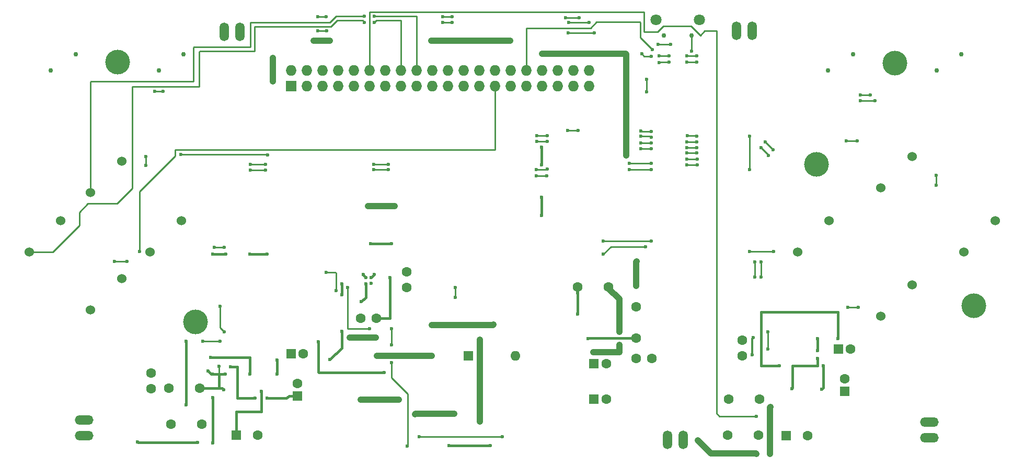
<source format=gbl>
G04 #@! TF.FileFunction,Copper,L2,Bot,Signal*
%FSLAX46Y46*%
G04 Gerber Fmt 4.6, Leading zero omitted, Abs format (unit mm)*
G04 Created by KiCad (PCBNEW 4.0.7-e2-6376~58~ubuntu16.04.1) date Sun Sep 24 14:08:17 2017*
%MOMM*%
%LPD*%
G01*
G04 APERTURE LIST*
%ADD10C,0.100000*%
%ADD11C,1.600000*%
%ADD12R,1.600000X1.600000*%
%ADD13O,1.510000X3.010000*%
%ADD14O,3.010000X1.510000*%
%ADD15R,1.727200X1.727200*%
%ADD16O,1.727200X1.727200*%
%ADD17O,1.600000X1.600000*%
%ADD18C,1.524000*%
%ADD19C,0.750000*%
%ADD20C,0.762000*%
%ADD21C,1.803400*%
%ADD22C,4.000000*%
%ADD23C,0.600000*%
%ADD24C,0.400000*%
%ADD25C,1.000000*%
%ADD26C,0.250000*%
%ADD27C,0.300000*%
G04 APERTURE END LIST*
D10*
D11*
X130891000Y-113405000D03*
X128391000Y-113405000D03*
X172974000Y-116586000D03*
X172974000Y-111586000D03*
D12*
X166136000Y-120794000D03*
D11*
X168136000Y-120794000D03*
X168536000Y-108344000D03*
X163536000Y-108344000D03*
X175514000Y-119888000D03*
X173014000Y-119888000D03*
X190200000Y-119500000D03*
X190200000Y-117000000D03*
D12*
X197280000Y-132440000D03*
D11*
X200780000Y-132440000D03*
X192786000Y-132334000D03*
X187786000Y-132334000D03*
X94400000Y-122300000D03*
X94400000Y-124800000D03*
D12*
X108204000Y-132334000D03*
D11*
X111704000Y-132334000D03*
X97282000Y-124714000D03*
X102282000Y-124714000D03*
X102616000Y-130556000D03*
X97616000Y-130556000D03*
X187960000Y-126492000D03*
X192960000Y-126492000D03*
D13*
X178054000Y-133096000D03*
X180594000Y-133096000D03*
D14*
X220500000Y-132800000D03*
X220500000Y-130260000D03*
X83600000Y-132500000D03*
X83600000Y-129960000D03*
D15*
X117094000Y-75692000D03*
D16*
X117094000Y-73152000D03*
X119634000Y-75692000D03*
X119634000Y-73152000D03*
X122174000Y-75692000D03*
X122174000Y-73152000D03*
X124714000Y-75692000D03*
X124714000Y-73152000D03*
X127254000Y-75692000D03*
X127254000Y-73152000D03*
X129794000Y-75692000D03*
X129794000Y-73152000D03*
X132334000Y-75692000D03*
X132334000Y-73152000D03*
X134874000Y-75692000D03*
X134874000Y-73152000D03*
X137414000Y-75692000D03*
X137414000Y-73152000D03*
X139954000Y-75692000D03*
X139954000Y-73152000D03*
X142494000Y-75692000D03*
X142494000Y-73152000D03*
X145034000Y-75692000D03*
X145034000Y-73152000D03*
X147574000Y-75692000D03*
X147574000Y-73152000D03*
X150114000Y-75692000D03*
X150114000Y-73152000D03*
X152654000Y-75692000D03*
X152654000Y-73152000D03*
X155194000Y-75692000D03*
X155194000Y-73152000D03*
X157734000Y-75692000D03*
X157734000Y-73152000D03*
X160274000Y-75692000D03*
X160274000Y-73152000D03*
X162814000Y-75692000D03*
X162814000Y-73152000D03*
X165354000Y-75692000D03*
X165354000Y-73152000D03*
D12*
X166136000Y-126494000D03*
D11*
X168136000Y-126494000D03*
D13*
X106300000Y-66900000D03*
X108840000Y-66900000D03*
X189250000Y-66750000D03*
X191790000Y-66750000D03*
D12*
X145800000Y-119500000D03*
D17*
X153420000Y-119500000D03*
D18*
X89662000Y-87884000D03*
X84582000Y-92964000D03*
X89662000Y-106934000D03*
X84582000Y-112014000D03*
X79756000Y-97536000D03*
X74676000Y-102616000D03*
X99314000Y-97536000D03*
X94234000Y-102616000D03*
X231140000Y-97536000D03*
X226060000Y-102616000D03*
X217678000Y-107950000D03*
X212598000Y-113030000D03*
X217678000Y-87122000D03*
X212598000Y-92202000D03*
X204216000Y-97536000D03*
X199136000Y-102616000D03*
D11*
X135841000Y-108405000D03*
X135841000Y-105905000D03*
D12*
X206756000Y-125222000D03*
D11*
X206756000Y-123222000D03*
D12*
X205740000Y-118364000D03*
D11*
X207740000Y-118364000D03*
D12*
X117094000Y-119126000D03*
D11*
X119094000Y-119126000D03*
D12*
X118110000Y-125984000D03*
D11*
X118110000Y-123984000D03*
D19*
X221700000Y-73200000D03*
X225700000Y-70600000D03*
X204100000Y-73200000D03*
X208100000Y-70600000D03*
X95700000Y-73200000D03*
X99700000Y-70600000D03*
X78200000Y-73200000D03*
X82200000Y-70600000D03*
D20*
X177496900Y-67489200D03*
X177496900Y-67489200D03*
X181992700Y-67489200D03*
X181992700Y-67489200D03*
D21*
X176239600Y-65000000D03*
X176239600Y-65000000D03*
X183250000Y-65000000D03*
X183250000Y-65000000D03*
D22*
X101600000Y-114000000D03*
X214900000Y-72000000D03*
X89000000Y-71850000D03*
X202200000Y-88400000D03*
X227700000Y-111400000D03*
D23*
X133091000Y-106805000D03*
X171400000Y-87000000D03*
X157734000Y-70500000D03*
X171400000Y-75700000D03*
X171400000Y-75692000D03*
X139800000Y-68400000D03*
X152600000Y-68400000D03*
X123400000Y-68400000D03*
X120800000Y-68400000D03*
X114200000Y-71200000D03*
X114200000Y-75000000D03*
X173000000Y-108200000D03*
X173100000Y-104200000D03*
X99300000Y-86800000D03*
X113300000Y-86900000D03*
X128400000Y-126600000D03*
X134600000Y-126600000D03*
X105410000Y-121158000D03*
X102000000Y-133600000D03*
X92200000Y-133500000D03*
X202400000Y-118700000D03*
X202400000Y-116700000D03*
X192500000Y-135382000D03*
X194700000Y-135400000D03*
X194800000Y-127800000D03*
X183000000Y-133200000D03*
X130061000Y-107775000D03*
X129200000Y-107800000D03*
X128500000Y-110700000D03*
X130061000Y-106835000D03*
X130600000Y-106300000D03*
X129221000Y-106835000D03*
X128800000Y-106300000D03*
X104394000Y-122428000D03*
X104394000Y-126238000D03*
X104394000Y-133604000D03*
X106426000Y-122428000D03*
X103632000Y-121920000D03*
X106172000Y-124968000D03*
X125300000Y-115500000D03*
X123400000Y-120100000D03*
X125300000Y-109600000D03*
X125300000Y-107800000D03*
X130800000Y-116500000D03*
X126600000Y-116500000D03*
X133900000Y-95200000D03*
X129600000Y-95200000D03*
X170300000Y-115600000D03*
X170300000Y-117700000D03*
X166100000Y-118900000D03*
X203300000Y-121100000D03*
X203100000Y-124900000D03*
X163500000Y-109300000D03*
X163500000Y-112700000D03*
X191800000Y-119300000D03*
X192000000Y-116500000D03*
X104100000Y-119800000D03*
X110400000Y-122500000D03*
X205700000Y-116700000D03*
X196200000Y-121100000D03*
X114808000Y-122428000D03*
X114808000Y-120142000D03*
X112268000Y-125222000D03*
X107264200Y-121285000D03*
X113200000Y-126400000D03*
X111300000Y-126400000D03*
X126300000Y-108400000D03*
X129800000Y-115100000D03*
X137900000Y-132600000D03*
X151300000Y-132600000D03*
X122800000Y-106000000D03*
X124400000Y-108900000D03*
X192500000Y-129286000D03*
X130600000Y-65400000D03*
X129000000Y-65400000D03*
X130600000Y-64400000D03*
X129000000Y-64400000D03*
X92600000Y-102600000D03*
X122900000Y-66800000D03*
X121400000Y-66800000D03*
X96400000Y-76600000D03*
X95000000Y-76600000D03*
X93600000Y-87200000D03*
X93600000Y-88600000D03*
X141700000Y-65400000D03*
X143200000Y-65400000D03*
X88500000Y-104200000D03*
X90500000Y-104200000D03*
X211700000Y-78100000D03*
X209300000Y-78100000D03*
X182800000Y-86600000D03*
X181200000Y-86600000D03*
X175500000Y-85900000D03*
X173800000Y-85900000D03*
X158600000Y-84700000D03*
X156900000Y-84700000D03*
X209000000Y-111600000D03*
X207300000Y-111600000D03*
X194400000Y-87000000D03*
X193200000Y-85700000D03*
X182800000Y-85700000D03*
X181200000Y-85700000D03*
X175500000Y-85000000D03*
X173800000Y-85000000D03*
X158600000Y-83800000D03*
X156900000Y-83800000D03*
X182800000Y-70800000D03*
X181200000Y-70800000D03*
X178300000Y-70800000D03*
X176700000Y-70800000D03*
X175600000Y-69800000D03*
X157700000Y-85600000D03*
X157700000Y-88500000D03*
X157700000Y-93800000D03*
X157700000Y-96700000D03*
X133400000Y-101300000D03*
X130000000Y-101300000D03*
X113200000Y-103000000D03*
X110400000Y-103000000D03*
X106500000Y-103000000D03*
X104400000Y-103000000D03*
X100100000Y-117100000D03*
X100100000Y-127500000D03*
X195300000Y-102600000D03*
X191400000Y-102600000D03*
X191400000Y-89300000D03*
X191400000Y-83900000D03*
X182800000Y-83900000D03*
X181300000Y-83800000D03*
X175500000Y-83100000D03*
X161900000Y-82900000D03*
X163600000Y-82900000D03*
X173800000Y-83000000D03*
X221600000Y-91800000D03*
X221600000Y-90200000D03*
X210900000Y-77200000D03*
X209300000Y-77200000D03*
X182800000Y-71800000D03*
X181200000Y-71800000D03*
X178300000Y-71800000D03*
X176700000Y-71900000D03*
X175500000Y-70900000D03*
X173900000Y-70500000D03*
X166200000Y-67100000D03*
X162000000Y-67100000D03*
X208800000Y-84600000D03*
X207000000Y-84600000D03*
X195200000Y-86100000D03*
X193900000Y-84800000D03*
X182800000Y-84800000D03*
X181200000Y-84800000D03*
X175500000Y-84000000D03*
X173800000Y-83900000D03*
X178600000Y-69000000D03*
X176600000Y-69000000D03*
X121400000Y-64500000D03*
X122800000Y-64500000D03*
X141700000Y-64500000D03*
X143200000Y-64500000D03*
X162100000Y-65400000D03*
X165400000Y-65400000D03*
X193200000Y-106700000D03*
X193200000Y-104300000D03*
X182900000Y-87600000D03*
X181200000Y-87600000D03*
X175500000Y-88300000D03*
X171900000Y-88300000D03*
X158600000Y-89200000D03*
X156800000Y-89300000D03*
X132900000Y-88400000D03*
X130500000Y-88400000D03*
X113000000Y-88400000D03*
X110500000Y-88400000D03*
X106300000Y-115600000D03*
X105600000Y-111500000D03*
X104700000Y-101900000D03*
X106300000Y-101900000D03*
X110500000Y-89400000D03*
X113000000Y-89400000D03*
X130500000Y-89300000D03*
X132900000Y-89300000D03*
X156800000Y-90300000D03*
X158500000Y-90300000D03*
X171900000Y-89300000D03*
X175500000Y-89300000D03*
X181200000Y-88500000D03*
X182900000Y-88500000D03*
X192200000Y-104300000D03*
X192200000Y-106700000D03*
X194300000Y-118400000D03*
X194300000Y-115600000D03*
X102800000Y-117100000D03*
X105600000Y-117100000D03*
X202400000Y-119900000D03*
X198200000Y-124800000D03*
X165200000Y-116700000D03*
X149900000Y-114400000D03*
X139900000Y-114500000D03*
X135922000Y-134112000D03*
X161600000Y-64600000D03*
X163800000Y-64600000D03*
X174700000Y-74600000D03*
X174700000Y-76700000D03*
X174500000Y-101800000D03*
X167700000Y-103000000D03*
X133400000Y-115100000D03*
X133400000Y-117700000D03*
X133400000Y-120600000D03*
X121500000Y-117200000D03*
X132200000Y-122200000D03*
X182000000Y-70100000D03*
X175500000Y-100900000D03*
X167700000Y-100900000D03*
X143700000Y-108400000D03*
X143700000Y-110000000D03*
X139900000Y-119500000D03*
X131000000Y-119500000D03*
X149400000Y-134100000D03*
X142700000Y-134100000D03*
X147700000Y-116900000D03*
X147700000Y-130200000D03*
X143500000Y-128900000D03*
X137200000Y-129000000D03*
D24*
X133091000Y-113405000D02*
X130891000Y-113405000D01*
X133091000Y-106805000D02*
X133091000Y-113405000D01*
D25*
X171300000Y-70500000D02*
X157734000Y-70500000D01*
X171300000Y-70500000D02*
X171400000Y-70600000D01*
X171400000Y-70600000D02*
X171400000Y-75700000D01*
X171400000Y-75692000D02*
X171400000Y-87000000D01*
X152600000Y-68400000D02*
X139800000Y-68400000D01*
X120800000Y-68400000D02*
X123400000Y-68400000D01*
X114200000Y-75000000D02*
X114200000Y-71200000D01*
X173000000Y-104300000D02*
X173000000Y-108200000D01*
X173100000Y-104200000D02*
X173000000Y-104300000D01*
D26*
X113200000Y-86800000D02*
X99300000Y-86800000D01*
X113300000Y-86900000D02*
X113200000Y-86800000D01*
D25*
X194700000Y-135400000D02*
X194700000Y-127900000D01*
X194700000Y-127900000D02*
X194800000Y-127800000D01*
X183000000Y-133200000D02*
X185100000Y-135300000D01*
X185100000Y-135300000D02*
X192418000Y-135300000D01*
X192418000Y-135300000D02*
X192500000Y-135382000D01*
X128400000Y-126600000D02*
X134600000Y-126600000D01*
D26*
X105410000Y-122428000D02*
X105410000Y-121158000D01*
D24*
X92300000Y-133600000D02*
X102000000Y-133600000D01*
X92200000Y-133500000D02*
X92300000Y-133600000D01*
X202400000Y-116700000D02*
X202400000Y-118700000D01*
X192400000Y-135300000D02*
X185100000Y-135300000D01*
X192500000Y-135400000D02*
X192400000Y-135300000D01*
X192500000Y-135382000D02*
X192500000Y-135400000D01*
D26*
X130086000Y-107800000D02*
X130100000Y-107800000D01*
X130061000Y-107775000D02*
X130086000Y-107800000D01*
D24*
X129200000Y-110000000D02*
X129200000Y-107800000D01*
X128500000Y-110700000D02*
X129200000Y-110000000D01*
X130596000Y-106300000D02*
X130061000Y-106835000D01*
D26*
X130596000Y-106300000D02*
X130600000Y-106300000D01*
X128800000Y-106414000D02*
X128800000Y-106300000D01*
D24*
X128800000Y-106414000D02*
X129221000Y-106835000D01*
X105410000Y-124714000D02*
X105410000Y-122428000D01*
X104394000Y-133604000D02*
X104394000Y-126238000D01*
X105410000Y-122428000D02*
X106426000Y-122428000D01*
D26*
X104140000Y-122428000D02*
X104394000Y-122428000D01*
D24*
X104394000Y-122428000D02*
X105410000Y-122428000D01*
X103632000Y-121920000D02*
X104140000Y-122428000D01*
X106172000Y-124968000D02*
X105918000Y-124714000D01*
X105918000Y-124714000D02*
X105410000Y-124714000D01*
X105410000Y-124714000D02*
X102282000Y-124714000D01*
X125300000Y-118200000D02*
X125300000Y-115500000D01*
X123400000Y-120100000D02*
X125300000Y-118200000D01*
X125300000Y-107800000D02*
X125300000Y-109600000D01*
D25*
X130800000Y-116500000D02*
X126600000Y-116500000D01*
X129600000Y-95200000D02*
X133900000Y-95200000D01*
X170300000Y-115600000D02*
X170300000Y-110308000D01*
X170300000Y-110308000D02*
X168536000Y-108544000D01*
X168536000Y-108544000D02*
X168536000Y-108344000D01*
X166100000Y-118900000D02*
X170300000Y-118900000D01*
X170300000Y-118900000D02*
X170300000Y-117700000D01*
D24*
X170400000Y-110208000D02*
X168536000Y-108344000D01*
X170300000Y-115600000D02*
X170400000Y-115500000D01*
X170400000Y-115500000D02*
X170400000Y-110208000D01*
X170300000Y-118900000D02*
X170300000Y-117700000D01*
X203300000Y-124700000D02*
X203300000Y-121100000D01*
X203100000Y-124900000D02*
X203300000Y-124700000D01*
X163500000Y-112700000D02*
X163500000Y-109300000D01*
D27*
X191800000Y-116700000D02*
X191800000Y-119300000D01*
X192000000Y-116500000D02*
X191800000Y-116700000D01*
D24*
X110400000Y-119800000D02*
X104100000Y-119800000D01*
X110400000Y-122500000D02*
X110400000Y-119800000D01*
X205700000Y-112400000D02*
X205700000Y-116700000D01*
X193200000Y-112400000D02*
X205700000Y-112400000D01*
X193200000Y-121100000D02*
X193200000Y-112400000D01*
X196200000Y-121100000D02*
X193200000Y-121100000D01*
X114808000Y-120142000D02*
X114808000Y-122428000D01*
X108204000Y-132334000D02*
X108204000Y-128524000D01*
X112268000Y-128524000D02*
X112268000Y-125222000D01*
X108204000Y-128524000D02*
X112268000Y-128524000D01*
X116816000Y-125984000D02*
X118110000Y-125984000D01*
X116400000Y-126400000D02*
X116816000Y-125984000D01*
X113200000Y-126400000D02*
X116400000Y-126400000D01*
X108400000Y-126400000D02*
X111300000Y-126400000D01*
X108400000Y-121300000D02*
X108400000Y-126400000D01*
X107279200Y-121300000D02*
X108400000Y-121300000D01*
X107264200Y-121285000D02*
X107279200Y-121300000D01*
D26*
X126300000Y-115100000D02*
X126300000Y-108400000D01*
X129800000Y-115100000D02*
X126300000Y-115100000D01*
X151300000Y-132600000D02*
X137900000Y-132600000D01*
X124300000Y-106000000D02*
X122800000Y-106000000D01*
X124400000Y-106100000D02*
X124300000Y-106000000D01*
X124400000Y-108900000D02*
X124400000Y-106100000D01*
X129794000Y-73152000D02*
X129794000Y-63706000D01*
X129800000Y-63700000D02*
X129794000Y-63706000D01*
X174300000Y-63700000D02*
X129800000Y-63700000D01*
X174300000Y-66900000D02*
X174300000Y-63700000D01*
X176500000Y-66900000D02*
X174300000Y-66900000D01*
X177400000Y-66000000D02*
X176500000Y-66900000D01*
X181900000Y-66000000D02*
X177400000Y-66000000D01*
X183400000Y-67500000D02*
X181900000Y-66000000D01*
X184100000Y-66800000D02*
X183400000Y-67500000D01*
X186000000Y-66800000D02*
X184100000Y-66800000D01*
X186000000Y-128800000D02*
X186000000Y-66800000D01*
X186500000Y-129300000D02*
X186000000Y-128800000D01*
X192486000Y-129300000D02*
X186500000Y-129300000D01*
X192486000Y-129300000D02*
X192500000Y-129286000D01*
X74676000Y-102616000D02*
X78484000Y-102616000D01*
X134874000Y-65126000D02*
X134874000Y-73152000D01*
X134900000Y-65100000D02*
X134874000Y-65126000D01*
X130900000Y-65100000D02*
X134900000Y-65100000D01*
X130600000Y-65400000D02*
X130900000Y-65100000D01*
X128700000Y-65100000D02*
X129000000Y-65400000D01*
X124600000Y-65100000D02*
X128700000Y-65100000D01*
X123600000Y-66100000D02*
X124600000Y-65100000D01*
X111200000Y-66100000D02*
X123600000Y-66100000D01*
X111200000Y-70100000D02*
X111200000Y-66100000D01*
X102300000Y-70100000D02*
X111200000Y-70100000D01*
X102200000Y-70200000D02*
X102300000Y-70100000D01*
X102200000Y-75800000D02*
X102200000Y-70200000D01*
X91400000Y-75800000D02*
X102200000Y-75800000D01*
X91400000Y-92300000D02*
X91400000Y-75800000D01*
X88900000Y-94800000D02*
X91400000Y-92300000D01*
X84200000Y-94800000D02*
X88900000Y-94800000D01*
X82800000Y-96200000D02*
X84200000Y-94800000D01*
X82800000Y-98300000D02*
X82800000Y-96200000D01*
X78484000Y-102616000D02*
X82800000Y-98300000D01*
X84582000Y-92964000D02*
X84582000Y-75082000D01*
X137414000Y-64414000D02*
X137414000Y-73152000D01*
X137400000Y-64400000D02*
X137414000Y-64414000D01*
X130600000Y-64400000D02*
X137400000Y-64400000D01*
X124400000Y-64400000D02*
X129000000Y-64400000D01*
X123400000Y-65400000D02*
X124400000Y-64400000D01*
X110500000Y-65400000D02*
X123400000Y-65400000D01*
X110500000Y-69400000D02*
X110500000Y-65400000D01*
X101400000Y-69400000D02*
X110500000Y-69400000D01*
X101300000Y-69500000D02*
X101400000Y-69400000D01*
X101300000Y-75000000D02*
X101300000Y-69500000D01*
X84664000Y-75000000D02*
X101300000Y-75000000D01*
X84582000Y-75082000D02*
X84664000Y-75000000D01*
X150114000Y-86086000D02*
X150114000Y-75692000D01*
X150100000Y-86100000D02*
X150114000Y-86086000D01*
X98300000Y-86100000D02*
X150100000Y-86100000D01*
X98300000Y-87100000D02*
X98300000Y-86100000D01*
X92600000Y-92800000D02*
X98300000Y-87100000D01*
X92600000Y-102600000D02*
X92600000Y-92800000D01*
X122900000Y-66800000D02*
X121400000Y-66800000D01*
X96400000Y-76600000D02*
X95000000Y-76600000D01*
X93600000Y-87200000D02*
X93600000Y-88600000D01*
X143200000Y-65400000D02*
X141700000Y-65400000D01*
X90500000Y-104200000D02*
X88500000Y-104200000D01*
X209300000Y-78100000D02*
X211700000Y-78100000D01*
X181200000Y-86600000D02*
X182800000Y-86600000D01*
X173800000Y-85900000D02*
X175500000Y-85900000D01*
X156900000Y-84700000D02*
X158600000Y-84700000D01*
X207300000Y-111600000D02*
X209000000Y-111600000D01*
X194400000Y-86900000D02*
X194400000Y-87000000D01*
X193200000Y-85700000D02*
X194400000Y-86900000D01*
X181200000Y-85700000D02*
X182800000Y-85700000D01*
X173800000Y-85000000D02*
X175500000Y-85000000D01*
X156900000Y-83800000D02*
X158600000Y-83800000D01*
X182800000Y-70800000D02*
X181200000Y-70800000D01*
X178300000Y-70800000D02*
X176700000Y-70800000D01*
X175600000Y-69800000D02*
X173700000Y-67900000D01*
X173700000Y-67900000D02*
X173700000Y-65400000D01*
X173700000Y-65400000D02*
X173600000Y-65300000D01*
X173600000Y-65300000D02*
X166600000Y-65300000D01*
X166600000Y-65300000D02*
X165600000Y-66300000D01*
X165600000Y-66300000D02*
X155200000Y-66300000D01*
X155200000Y-66300000D02*
X155194000Y-66306000D01*
X155194000Y-66306000D02*
X155194000Y-73152000D01*
D24*
X157700000Y-88500000D02*
X157700000Y-85600000D01*
X157700000Y-96700000D02*
X157700000Y-93800000D01*
X130000000Y-101300000D02*
X133400000Y-101300000D01*
X110400000Y-103000000D02*
X113200000Y-103000000D01*
X104400000Y-103000000D02*
X106500000Y-103000000D01*
X100100000Y-127500000D02*
X100100000Y-117100000D01*
D26*
X175500000Y-83100000D02*
X173900000Y-83100000D01*
X195300000Y-102600000D02*
X191400000Y-102600000D01*
X191400000Y-89300000D02*
X191400000Y-83900000D01*
X182800000Y-83900000D02*
X182700000Y-83800000D01*
X182700000Y-83800000D02*
X181300000Y-83800000D01*
X163600000Y-82900000D02*
X161900000Y-82900000D01*
X173900000Y-83100000D02*
X173800000Y-83000000D01*
X221600000Y-90200000D02*
X221600000Y-91800000D01*
X209300000Y-77200000D02*
X210900000Y-77200000D01*
X181200000Y-71800000D02*
X182800000Y-71800000D01*
X176800000Y-71800000D02*
X178300000Y-71800000D01*
X176700000Y-71900000D02*
X176800000Y-71800000D01*
X174300000Y-70900000D02*
X175500000Y-70900000D01*
X173900000Y-70500000D02*
X174300000Y-70900000D01*
X162000000Y-67100000D02*
X166200000Y-67100000D01*
X208800000Y-84600000D02*
X207000000Y-84600000D01*
X195200000Y-86100000D02*
X193900000Y-84800000D01*
X182800000Y-84800000D02*
X181200000Y-84800000D01*
X175500000Y-84000000D02*
X175400000Y-83900000D01*
X175400000Y-83900000D02*
X173800000Y-83900000D01*
X176600000Y-69000000D02*
X178600000Y-69000000D01*
X121400000Y-64500000D02*
X122800000Y-64500000D01*
X141700000Y-64500000D02*
X143200000Y-64500000D01*
X162100000Y-65400000D02*
X165400000Y-65400000D01*
X193200000Y-106700000D02*
X193200000Y-104300000D01*
X182900000Y-87600000D02*
X181200000Y-87600000D01*
X175500000Y-88300000D02*
X171900000Y-88300000D01*
X158600000Y-89200000D02*
X158500000Y-89300000D01*
X158500000Y-89300000D02*
X156800000Y-89300000D01*
X132900000Y-88400000D02*
X130500000Y-88400000D01*
X113000000Y-88400000D02*
X110500000Y-88400000D01*
X106300000Y-115600000D02*
X105600000Y-114900000D01*
X105600000Y-114900000D02*
X105600000Y-111500000D01*
X104700000Y-101900000D02*
X106300000Y-101900000D01*
X110500000Y-89400000D02*
X113000000Y-89400000D01*
X130500000Y-89300000D02*
X132900000Y-89300000D01*
X156800000Y-90300000D02*
X158500000Y-90300000D01*
X171900000Y-89300000D02*
X175500000Y-89300000D01*
X181200000Y-88500000D02*
X182900000Y-88500000D01*
X192200000Y-104300000D02*
X192200000Y-106700000D01*
X194300000Y-115600000D02*
X194300000Y-118400000D01*
X105600000Y-117100000D02*
X102800000Y-117100000D01*
D24*
X202400000Y-121100000D02*
X202400000Y-119900000D01*
X198300000Y-121100000D02*
X202400000Y-121100000D01*
X198300000Y-124700000D02*
X198300000Y-121100000D01*
X198200000Y-124800000D02*
X198300000Y-124700000D01*
D25*
X139900000Y-114500000D02*
X149800000Y-114500000D01*
X149800000Y-114500000D02*
X149900000Y-114400000D01*
D24*
X165314000Y-116586000D02*
X172974000Y-116586000D01*
X165200000Y-116700000D02*
X165314000Y-116586000D01*
D26*
X163800000Y-64600000D02*
X161600000Y-64600000D01*
X174700000Y-76700000D02*
X174700000Y-74600000D01*
X168900000Y-101800000D02*
X174500000Y-101800000D01*
X167700000Y-103000000D02*
X168900000Y-101800000D01*
X133400000Y-117700000D02*
X133400000Y-115100000D01*
X133400000Y-123100000D02*
X133400000Y-120600000D01*
X136000000Y-125700000D02*
X133400000Y-123100000D01*
X136000000Y-134034000D02*
X136000000Y-125700000D01*
X136000000Y-134034000D02*
X135922000Y-134112000D01*
D24*
X121500000Y-122100000D02*
X121500000Y-117200000D01*
X121600000Y-122200000D02*
X121500000Y-122100000D01*
X132200000Y-122200000D02*
X121600000Y-122200000D01*
D26*
X181992700Y-70092700D02*
X181992700Y-67489200D01*
X182000000Y-70100000D02*
X181992700Y-70092700D01*
X170200000Y-100900000D02*
X175500000Y-100900000D01*
X167700000Y-100900000D02*
X170200000Y-100900000D01*
X143700000Y-110000000D02*
X143700000Y-108400000D01*
D25*
X131000000Y-119500000D02*
X139900000Y-119500000D01*
D24*
X142700000Y-134100000D02*
X149400000Y-134100000D01*
D25*
X147700000Y-130200000D02*
X147700000Y-116900000D01*
X143500000Y-128900000D02*
X137300000Y-128900000D01*
X137300000Y-128900000D02*
X137200000Y-129000000D01*
D24*
X137200000Y-129000000D02*
X137300000Y-128900000D01*
M02*

</source>
